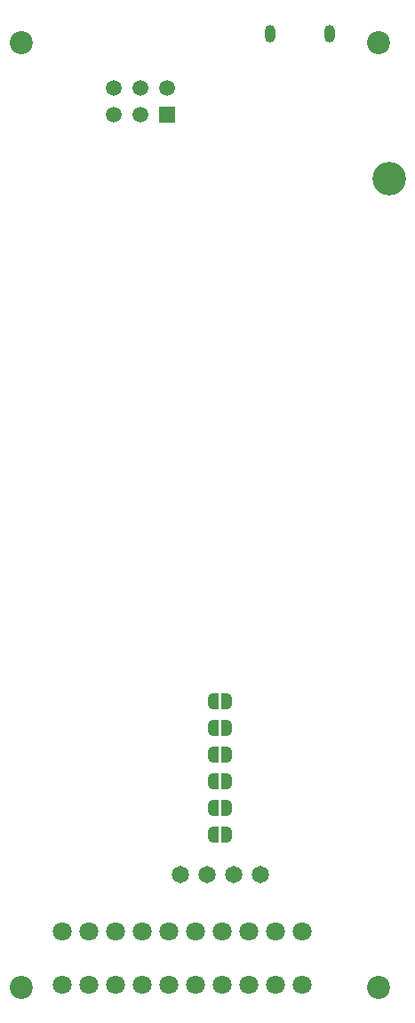
<source format=gbr>
%TF.GenerationSoftware,KiCad,Pcbnew,8.0.3-8.0.3-0~ubuntu22.04.1*%
%TF.CreationDate,2024-10-28T10:49:34+03:00*%
%TF.ProjectId,PM-ESPC3,504d2d45-5350-4433-932e-6b696361645f,rev?*%
%TF.SameCoordinates,Original*%
%TF.FileFunction,Soldermask,Bot*%
%TF.FilePolarity,Negative*%
%FSLAX46Y46*%
G04 Gerber Fmt 4.6, Leading zero omitted, Abs format (unit mm)*
G04 Created by KiCad (PCBNEW 8.0.3-8.0.3-0~ubuntu22.04.1) date 2024-10-28 10:49:34*
%MOMM*%
%LPD*%
G01*
G04 APERTURE LIST*
G04 Aperture macros list*
%AMFreePoly0*
4,1,19,0.500000,-0.750000,0.000000,-0.750000,0.000000,-0.744911,-0.071157,-0.744911,-0.207708,-0.704816,-0.327430,-0.627875,-0.420627,-0.520320,-0.479746,-0.390866,-0.500000,-0.250000,-0.500000,0.250000,-0.479746,0.390866,-0.420627,0.520320,-0.327430,0.627875,-0.207708,0.704816,-0.071157,0.744911,0.000000,0.744911,0.000000,0.750000,0.500000,0.750000,0.500000,-0.750000,0.500000,-0.750000,
$1*%
%AMFreePoly1*
4,1,19,0.000000,0.744911,0.071157,0.744911,0.207708,0.704816,0.327430,0.627875,0.420627,0.520320,0.479746,0.390866,0.500000,0.250000,0.500000,-0.250000,0.479746,-0.390866,0.420627,-0.520320,0.327430,-0.627875,0.207708,-0.704816,0.071157,-0.744911,0.000000,-0.744911,0.000000,-0.750000,-0.500000,-0.750000,-0.500000,0.750000,0.000000,0.750000,0.000000,0.744911,0.000000,0.744911,
$1*%
G04 Aperture macros list end*
%ADD10C,3.200000*%
%ADD11R,1.500000X1.500000*%
%ADD12C,1.500000*%
%ADD13O,1.000000X1.700000*%
%ADD14C,2.200000*%
%ADD15C,1.800000*%
%ADD16C,1.650000*%
%ADD17FreePoly0,0.000000*%
%ADD18FreePoly1,0.000000*%
%ADD19FreePoly0,180.000000*%
%ADD20FreePoly1,180.000000*%
G04 APERTURE END LIST*
D10*
%TO.C,REF\u002A\u002A*%
X11000000Y32000000D03*
%TD*%
D11*
%TO.C,SW4*%
X-10160000Y38100000D03*
D12*
X-12700000Y38100000D03*
X-15240000Y38100000D03*
X-10160000Y40640000D03*
X-12700000Y40640000D03*
X-15240000Y40640000D03*
%TD*%
D13*
%TO.C,J1*%
X5365029Y45855108D03*
X-284973Y45855108D03*
%TD*%
D14*
%TO.C,H2*%
X-24000000Y-45000000D03*
%TD*%
%TO.C,H4*%
X-24000000Y45000000D03*
%TD*%
%TO.C,H1*%
X10000000Y-45000000D03*
%TD*%
D15*
%TO.C,XG1*%
X-20100000Y-39700000D03*
X-20100000Y-44780000D03*
X-17560000Y-39700000D03*
X-17560000Y-44780000D03*
X-15020000Y-39700000D03*
X-12480000Y-39700000D03*
X-9940000Y-39700000D03*
X-9940000Y-44780000D03*
X-7400000Y-39700000D03*
X-7400000Y-44780000D03*
X-4860000Y-39700000D03*
X-4860000Y-44780000D03*
X-2320000Y-39700000D03*
X220000Y-39700000D03*
X2760000Y-39700000D03*
X2760000Y-44780000D03*
X-15020000Y-44780000D03*
X-12480000Y-44780000D03*
X-2320000Y-44780000D03*
X220000Y-44780000D03*
%TD*%
D14*
%TO.C,H3*%
X10000000Y45000000D03*
%TD*%
D16*
%TO.C,PS1*%
X-8890000Y-34290000D03*
X-6350000Y-34290000D03*
X-3810000Y-34290000D03*
X-1270000Y-34290000D03*
%TD*%
D17*
%TO.C,JP5*%
X-5730000Y-17780000D03*
D18*
X-4430000Y-17780000D03*
%TD*%
D19*
%TO.C,JP4*%
X-4430000Y-27940000D03*
D20*
X-5730000Y-27940000D03*
%TD*%
D19*
%TO.C,JP2*%
X-4430000Y-20320000D03*
D20*
X-5730000Y-20320000D03*
%TD*%
D19*
%TO.C,JP1*%
X-4430000Y-25400000D03*
D20*
X-5730000Y-25400000D03*
%TD*%
D17*
%TO.C,JP6*%
X-5730000Y-30480000D03*
D18*
X-4430000Y-30480000D03*
%TD*%
D19*
%TO.C,JP3*%
X-4430000Y-22860000D03*
D20*
X-5730000Y-22860000D03*
%TD*%
M02*

</source>
